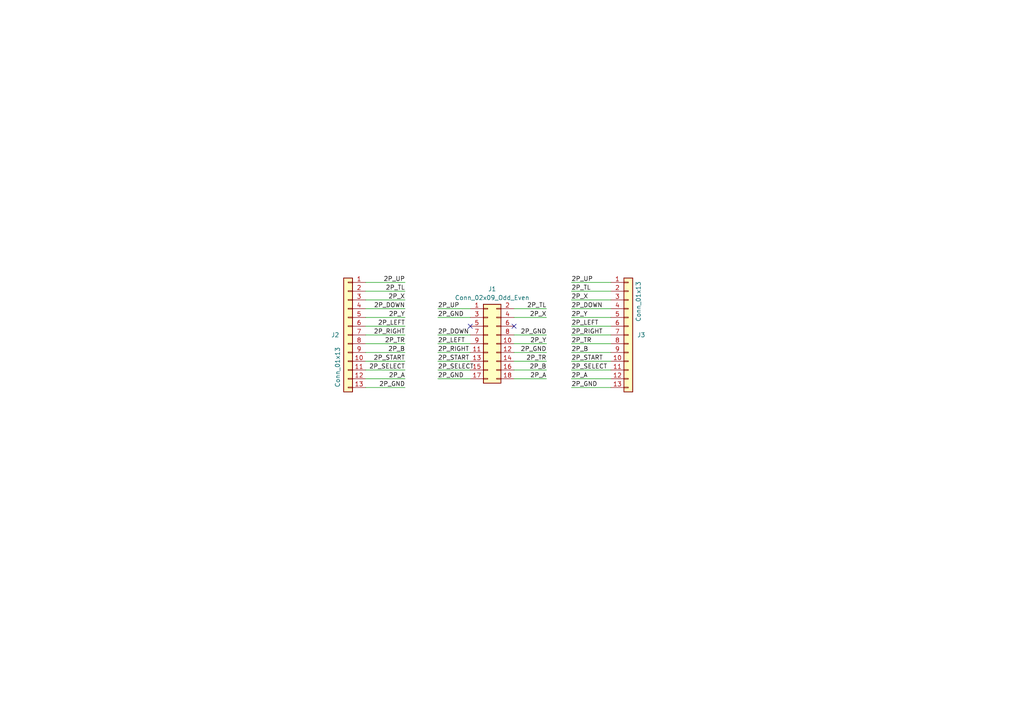
<source format=kicad_sch>
(kicad_sch (version 20230121) (generator eeschema)

  (uuid fa38296e-cdcc-4309-9d50-3ec5b62681ed)

  (paper "A4")

  (title_block
    (title "Raspberry Pie GPIO Input Module (2P Part)")
    (date "2023-04-02")
    (rev "2")
    (company "Amos Home")
  )

  (lib_symbols
    (symbol "Connector_Generic:Conn_01x13" (pin_names (offset 1.016) hide) (in_bom yes) (on_board yes)
      (property "Reference" "J" (at 0 17.78 0)
        (effects (font (size 1.27 1.27)))
      )
      (property "Value" "Conn_01x13" (at 0 -17.78 0)
        (effects (font (size 1.27 1.27)))
      )
      (property "Footprint" "" (at 0 0 0)
        (effects (font (size 1.27 1.27)) hide)
      )
      (property "Datasheet" "~" (at 0 0 0)
        (effects (font (size 1.27 1.27)) hide)
      )
      (property "ki_keywords" "connector" (at 0 0 0)
        (effects (font (size 1.27 1.27)) hide)
      )
      (property "ki_description" "Generic connector, single row, 01x13, script generated (kicad-library-utils/schlib/autogen/connector/)" (at 0 0 0)
        (effects (font (size 1.27 1.27)) hide)
      )
      (property "ki_fp_filters" "Connector*:*_1x??_*" (at 0 0 0)
        (effects (font (size 1.27 1.27)) hide)
      )
      (symbol "Conn_01x13_1_1"
        (rectangle (start -1.27 -15.113) (end 0 -15.367)
          (stroke (width 0.1524) (type default))
          (fill (type none))
        )
        (rectangle (start -1.27 -12.573) (end 0 -12.827)
          (stroke (width 0.1524) (type default))
          (fill (type none))
        )
        (rectangle (start -1.27 -10.033) (end 0 -10.287)
          (stroke (width 0.1524) (type default))
          (fill (type none))
        )
        (rectangle (start -1.27 -7.493) (end 0 -7.747)
          (stroke (width 0.1524) (type default))
          (fill (type none))
        )
        (rectangle (start -1.27 -4.953) (end 0 -5.207)
          (stroke (width 0.1524) (type default))
          (fill (type none))
        )
        (rectangle (start -1.27 -2.413) (end 0 -2.667)
          (stroke (width 0.1524) (type default))
          (fill (type none))
        )
        (rectangle (start -1.27 0.127) (end 0 -0.127)
          (stroke (width 0.1524) (type default))
          (fill (type none))
        )
        (rectangle (start -1.27 2.667) (end 0 2.413)
          (stroke (width 0.1524) (type default))
          (fill (type none))
        )
        (rectangle (start -1.27 5.207) (end 0 4.953)
          (stroke (width 0.1524) (type default))
          (fill (type none))
        )
        (rectangle (start -1.27 7.747) (end 0 7.493)
          (stroke (width 0.1524) (type default))
          (fill (type none))
        )
        (rectangle (start -1.27 10.287) (end 0 10.033)
          (stroke (width 0.1524) (type default))
          (fill (type none))
        )
        (rectangle (start -1.27 12.827) (end 0 12.573)
          (stroke (width 0.1524) (type default))
          (fill (type none))
        )
        (rectangle (start -1.27 15.367) (end 0 15.113)
          (stroke (width 0.1524) (type default))
          (fill (type none))
        )
        (rectangle (start -1.27 16.51) (end 1.27 -16.51)
          (stroke (width 0.254) (type default))
          (fill (type background))
        )
        (pin passive line (at -5.08 15.24 0) (length 3.81)
          (name "Pin_1" (effects (font (size 1.27 1.27))))
          (number "1" (effects (font (size 1.27 1.27))))
        )
        (pin passive line (at -5.08 -7.62 0) (length 3.81)
          (name "Pin_10" (effects (font (size 1.27 1.27))))
          (number "10" (effects (font (size 1.27 1.27))))
        )
        (pin passive line (at -5.08 -10.16 0) (length 3.81)
          (name "Pin_11" (effects (font (size 1.27 1.27))))
          (number "11" (effects (font (size 1.27 1.27))))
        )
        (pin passive line (at -5.08 -12.7 0) (length 3.81)
          (name "Pin_12" (effects (font (size 1.27 1.27))))
          (number "12" (effects (font (size 1.27 1.27))))
        )
        (pin passive line (at -5.08 -15.24 0) (length 3.81)
          (name "Pin_13" (effects (font (size 1.27 1.27))))
          (number "13" (effects (font (size 1.27 1.27))))
        )
        (pin passive line (at -5.08 12.7 0) (length 3.81)
          (name "Pin_2" (effects (font (size 1.27 1.27))))
          (number "2" (effects (font (size 1.27 1.27))))
        )
        (pin passive line (at -5.08 10.16 0) (length 3.81)
          (name "Pin_3" (effects (font (size 1.27 1.27))))
          (number "3" (effects (font (size 1.27 1.27))))
        )
        (pin passive line (at -5.08 7.62 0) (length 3.81)
          (name "Pin_4" (effects (font (size 1.27 1.27))))
          (number "4" (effects (font (size 1.27 1.27))))
        )
        (pin passive line (at -5.08 5.08 0) (length 3.81)
          (name "Pin_5" (effects (font (size 1.27 1.27))))
          (number "5" (effects (font (size 1.27 1.27))))
        )
        (pin passive line (at -5.08 2.54 0) (length 3.81)
          (name "Pin_6" (effects (font (size 1.27 1.27))))
          (number "6" (effects (font (size 1.27 1.27))))
        )
        (pin passive line (at -5.08 0 0) (length 3.81)
          (name "Pin_7" (effects (font (size 1.27 1.27))))
          (number "7" (effects (font (size 1.27 1.27))))
        )
        (pin passive line (at -5.08 -2.54 0) (length 3.81)
          (name "Pin_8" (effects (font (size 1.27 1.27))))
          (number "8" (effects (font (size 1.27 1.27))))
        )
        (pin passive line (at -5.08 -5.08 0) (length 3.81)
          (name "Pin_9" (effects (font (size 1.27 1.27))))
          (number "9" (effects (font (size 1.27 1.27))))
        )
      )
    )
    (symbol "Connector_Generic:Conn_02x09_Odd_Even" (pin_names (offset 1.016) hide) (in_bom yes) (on_board yes)
      (property "Reference" "J" (at 1.27 12.7 0)
        (effects (font (size 1.27 1.27)))
      )
      (property "Value" "Conn_02x09_Odd_Even" (at 1.27 -12.7 0)
        (effects (font (size 1.27 1.27)))
      )
      (property "Footprint" "" (at 0 0 0)
        (effects (font (size 1.27 1.27)) hide)
      )
      (property "Datasheet" "~" (at 0 0 0)
        (effects (font (size 1.27 1.27)) hide)
      )
      (property "ki_keywords" "connector" (at 0 0 0)
        (effects (font (size 1.27 1.27)) hide)
      )
      (property "ki_description" "Generic connector, double row, 02x09, odd/even pin numbering scheme (row 1 odd numbers, row 2 even numbers), script generated (kicad-library-utils/schlib/autogen/connector/)" (at 0 0 0)
        (effects (font (size 1.27 1.27)) hide)
      )
      (property "ki_fp_filters" "Connector*:*_2x??_*" (at 0 0 0)
        (effects (font (size 1.27 1.27)) hide)
      )
      (symbol "Conn_02x09_Odd_Even_1_1"
        (rectangle (start -1.27 -10.033) (end 0 -10.287)
          (stroke (width 0.1524) (type default))
          (fill (type none))
        )
        (rectangle (start -1.27 -7.493) (end 0 -7.747)
          (stroke (width 0.1524) (type default))
          (fill (type none))
        )
        (rectangle (start -1.27 -4.953) (end 0 -5.207)
          (stroke (width 0.1524) (type default))
          (fill (type none))
        )
        (rectangle (start -1.27 -2.413) (end 0 -2.667)
          (stroke (width 0.1524) (type default))
          (fill (type none))
        )
        (rectangle (start -1.27 0.127) (end 0 -0.127)
          (stroke (width 0.1524) (type default))
          (fill (type none))
        )
        (rectangle (start -1.27 2.667) (end 0 2.413)
          (stroke (width 0.1524) (type default))
          (fill (type none))
        )
        (rectangle (start -1.27 5.207) (end 0 4.953)
          (stroke (width 0.1524) (type default))
          (fill (type none))
        )
        (rectangle (start -1.27 7.747) (end 0 7.493)
          (stroke (width 0.1524) (type default))
          (fill (type none))
        )
        (rectangle (start -1.27 10.287) (end 0 10.033)
          (stroke (width 0.1524) (type default))
          (fill (type none))
        )
        (rectangle (start -1.27 11.43) (end 3.81 -11.43)
          (stroke (width 0.254) (type default))
          (fill (type background))
        )
        (rectangle (start 3.81 -10.033) (end 2.54 -10.287)
          (stroke (width 0.1524) (type default))
          (fill (type none))
        )
        (rectangle (start 3.81 -7.493) (end 2.54 -7.747)
          (stroke (width 0.1524) (type default))
          (fill (type none))
        )
        (rectangle (start 3.81 -4.953) (end 2.54 -5.207)
          (stroke (width 0.1524) (type default))
          (fill (type none))
        )
        (rectangle (start 3.81 -2.413) (end 2.54 -2.667)
          (stroke (width 0.1524) (type default))
          (fill (type none))
        )
        (rectangle (start 3.81 0.127) (end 2.54 -0.127)
          (stroke (width 0.1524) (type default))
          (fill (type none))
        )
        (rectangle (start 3.81 2.667) (end 2.54 2.413)
          (stroke (width 0.1524) (type default))
          (fill (type none))
        )
        (rectangle (start 3.81 5.207) (end 2.54 4.953)
          (stroke (width 0.1524) (type default))
          (fill (type none))
        )
        (rectangle (start 3.81 7.747) (end 2.54 7.493)
          (stroke (width 0.1524) (type default))
          (fill (type none))
        )
        (rectangle (start 3.81 10.287) (end 2.54 10.033)
          (stroke (width 0.1524) (type default))
          (fill (type none))
        )
        (pin passive line (at -5.08 10.16 0) (length 3.81)
          (name "Pin_1" (effects (font (size 1.27 1.27))))
          (number "1" (effects (font (size 1.27 1.27))))
        )
        (pin passive line (at 7.62 0 180) (length 3.81)
          (name "Pin_10" (effects (font (size 1.27 1.27))))
          (number "10" (effects (font (size 1.27 1.27))))
        )
        (pin passive line (at -5.08 -2.54 0) (length 3.81)
          (name "Pin_11" (effects (font (size 1.27 1.27))))
          (number "11" (effects (font (size 1.27 1.27))))
        )
        (pin passive line (at 7.62 -2.54 180) (length 3.81)
          (name "Pin_12" (effects (font (size 1.27 1.27))))
          (number "12" (effects (font (size 1.27 1.27))))
        )
        (pin passive line (at -5.08 -5.08 0) (length 3.81)
          (name "Pin_13" (effects (font (size 1.27 1.27))))
          (number "13" (effects (font (size 1.27 1.27))))
        )
        (pin passive line (at 7.62 -5.08 180) (length 3.81)
          (name "Pin_14" (effects (font (size 1.27 1.27))))
          (number "14" (effects (font (size 1.27 1.27))))
        )
        (pin passive line (at -5.08 -7.62 0) (length 3.81)
          (name "Pin_15" (effects (font (size 1.27 1.27))))
          (number "15" (effects (font (size 1.27 1.27))))
        )
        (pin passive line (at 7.62 -7.62 180) (length 3.81)
          (name "Pin_16" (effects (font (size 1.27 1.27))))
          (number "16" (effects (font (size 1.27 1.27))))
        )
        (pin passive line (at -5.08 -10.16 0) (length 3.81)
          (name "Pin_17" (effects (font (size 1.27 1.27))))
          (number "17" (effects (font (size 1.27 1.27))))
        )
        (pin passive line (at 7.62 -10.16 180) (length 3.81)
          (name "Pin_18" (effects (font (size 1.27 1.27))))
          (number "18" (effects (font (size 1.27 1.27))))
        )
        (pin passive line (at 7.62 10.16 180) (length 3.81)
          (name "Pin_2" (effects (font (size 1.27 1.27))))
          (number "2" (effects (font (size 1.27 1.27))))
        )
        (pin passive line (at -5.08 7.62 0) (length 3.81)
          (name "Pin_3" (effects (font (size 1.27 1.27))))
          (number "3" (effects (font (size 1.27 1.27))))
        )
        (pin passive line (at 7.62 7.62 180) (length 3.81)
          (name "Pin_4" (effects (font (size 1.27 1.27))))
          (number "4" (effects (font (size 1.27 1.27))))
        )
        (pin passive line (at -5.08 5.08 0) (length 3.81)
          (name "Pin_5" (effects (font (size 1.27 1.27))))
          (number "5" (effects (font (size 1.27 1.27))))
        )
        (pin passive line (at 7.62 5.08 180) (length 3.81)
          (name "Pin_6" (effects (font (size 1.27 1.27))))
          (number "6" (effects (font (size 1.27 1.27))))
        )
        (pin passive line (at -5.08 2.54 0) (length 3.81)
          (name "Pin_7" (effects (font (size 1.27 1.27))))
          (number "7" (effects (font (size 1.27 1.27))))
        )
        (pin passive line (at 7.62 2.54 180) (length 3.81)
          (name "Pin_8" (effects (font (size 1.27 1.27))))
          (number "8" (effects (font (size 1.27 1.27))))
        )
        (pin passive line (at -5.08 0 0) (length 3.81)
          (name "Pin_9" (effects (font (size 1.27 1.27))))
          (number "9" (effects (font (size 1.27 1.27))))
        )
      )
    )
  )


  (no_connect (at 136.398 94.615) (uuid 291e2dfd-2cb8-4cef-8293-717cca814d62))
  (no_connect (at 149.098 94.615) (uuid 72280aad-8597-49cb-b456-a021e0d073f7))

  (wire (pts (xy 106.045 81.915) (xy 117.475 81.915))
    (stroke (width 0) (type default))
    (uuid 000d1589-79f7-4859-9e8a-e8b993d62a35)
  )
  (wire (pts (xy 127 104.775) (xy 136.398 104.775))
    (stroke (width 0) (type default))
    (uuid 01806fb5-bd38-4539-9aa9-f6ba7f5e68af)
  )
  (wire (pts (xy 177.165 81.915) (xy 165.735 81.915))
    (stroke (width 0) (type default))
    (uuid 037a9612-c7d3-4cc4-9f2c-2838aec7d3e8)
  )
  (wire (pts (xy 127 89.535) (xy 136.398 89.535))
    (stroke (width 0) (type default))
    (uuid 0d035541-7303-4144-9713-80243ac00930)
  )
  (wire (pts (xy 177.165 109.855) (xy 165.735 109.855))
    (stroke (width 0) (type default))
    (uuid 0ddeb09c-be46-4b32-afc9-f25c81cdffc9)
  )
  (wire (pts (xy 106.045 112.395) (xy 117.475 112.395))
    (stroke (width 0) (type default))
    (uuid 1375b849-ccbb-4501-80c0-5b18caf8809f)
  )
  (wire (pts (xy 177.165 97.155) (xy 165.735 97.155))
    (stroke (width 0) (type default))
    (uuid 19ecd1d5-b633-413f-8a5d-806e5d58d77e)
  )
  (wire (pts (xy 106.045 94.615) (xy 117.475 94.615))
    (stroke (width 0) (type default))
    (uuid 1d5bd060-820c-4d2b-a63f-425a899cda79)
  )
  (wire (pts (xy 106.045 107.315) (xy 117.475 107.315))
    (stroke (width 0) (type default))
    (uuid 23abc80a-958c-4baf-a8ff-867446b3d99d)
  )
  (wire (pts (xy 149.098 102.235) (xy 158.496 102.235))
    (stroke (width 0) (type default))
    (uuid 287c9f7d-72df-4c31-a8a0-04c9dfae8ef6)
  )
  (wire (pts (xy 177.165 84.455) (xy 165.735 84.455))
    (stroke (width 0) (type default))
    (uuid 2ab8c63b-be58-44b3-9bfe-df4dd794100f)
  )
  (wire (pts (xy 165.735 89.535) (xy 177.165 89.535))
    (stroke (width 0) (type default))
    (uuid 344f0b8c-bdac-4698-bc53-67a1d515afb4)
  )
  (wire (pts (xy 149.098 109.855) (xy 158.496 109.855))
    (stroke (width 0) (type default))
    (uuid 37464aba-bf2f-411c-b2b7-33e036ddc2b3)
  )
  (wire (pts (xy 127 92.075) (xy 136.398 92.075))
    (stroke (width 0) (type default))
    (uuid 3cb1beec-4405-4502-a124-dbda57fca52d)
  )
  (wire (pts (xy 177.165 104.775) (xy 165.735 104.775))
    (stroke (width 0) (type default))
    (uuid 3f453e09-258a-4633-b9e4-ec5db5d2b29f)
  )
  (wire (pts (xy 106.045 109.855) (xy 117.475 109.855))
    (stroke (width 0) (type default))
    (uuid 493f1c61-3d5a-4068-9cd6-bd1e56b5cf0e)
  )
  (wire (pts (xy 127 99.695) (xy 136.398 99.695))
    (stroke (width 0) (type default))
    (uuid 4c5a74b6-e66f-457c-bf27-e2f03c8a4fbe)
  )
  (wire (pts (xy 177.165 86.995) (xy 165.735 86.995))
    (stroke (width 0) (type default))
    (uuid 54efed28-3df5-40c9-bcfd-129e6dd44e55)
  )
  (wire (pts (xy 177.165 94.615) (xy 165.735 94.615))
    (stroke (width 0) (type default))
    (uuid 6363bd87-6a79-447d-bc35-54211b5deaab)
  )
  (wire (pts (xy 149.098 107.315) (xy 158.496 107.315))
    (stroke (width 0) (type default))
    (uuid 63cb0eb1-29ae-4d3b-8848-e14511d3abda)
  )
  (wire (pts (xy 149.098 104.775) (xy 158.496 104.775))
    (stroke (width 0) (type default))
    (uuid 65938c00-fc25-4649-8a91-7ef2c49c8379)
  )
  (wire (pts (xy 149.098 89.535) (xy 158.496 89.535))
    (stroke (width 0) (type default))
    (uuid 6f65d425-7d90-44e3-9530-0ef4145f6f68)
  )
  (wire (pts (xy 106.045 89.535) (xy 117.475 89.535))
    (stroke (width 0) (type default))
    (uuid 77b8a99b-006c-4cf5-9026-6c1a50b8d71b)
  )
  (wire (pts (xy 149.098 99.695) (xy 158.496 99.695))
    (stroke (width 0) (type default))
    (uuid 7ce8c6c5-dfee-4b45-82e7-bcc77e13eedb)
  )
  (wire (pts (xy 177.165 112.395) (xy 165.735 112.395))
    (stroke (width 0) (type default))
    (uuid 8e6967e3-4e65-4079-84f9-9d8c9c43e281)
  )
  (wire (pts (xy 149.098 92.075) (xy 158.496 92.075))
    (stroke (width 0) (type default))
    (uuid 90fa3850-068b-411a-b328-6747c409215a)
  )
  (wire (pts (xy 127 97.155) (xy 136.398 97.155))
    (stroke (width 0) (type default))
    (uuid 9f4ba1cd-a026-461f-b534-0811afa77cb1)
  )
  (wire (pts (xy 106.045 104.775) (xy 117.475 104.775))
    (stroke (width 0) (type default))
    (uuid ac3e6344-4272-4ea4-b459-4514d65b3549)
  )
  (wire (pts (xy 106.045 84.455) (xy 117.475 84.455))
    (stroke (width 0) (type default))
    (uuid acb6dc3e-a5a1-4c38-9843-3ba16f5a4805)
  )
  (wire (pts (xy 106.045 97.155) (xy 117.475 97.155))
    (stroke (width 0) (type default))
    (uuid b2818703-b9cf-412d-8aaa-bee3f58b9c32)
  )
  (wire (pts (xy 177.165 107.315) (xy 165.735 107.315))
    (stroke (width 0) (type default))
    (uuid b2bd2c93-4897-4236-9059-58610e7aa5d0)
  )
  (wire (pts (xy 106.045 102.235) (xy 117.475 102.235))
    (stroke (width 0) (type default))
    (uuid bfeb2f41-433b-4fa5-9e25-e039a13f1d6e)
  )
  (wire (pts (xy 177.165 92.075) (xy 165.735 92.075))
    (stroke (width 0) (type default))
    (uuid c4ed85da-511a-4042-a00a-ac094bf53e52)
  )
  (wire (pts (xy 106.045 92.075) (xy 117.475 92.075))
    (stroke (width 0) (type default))
    (uuid c84a1fda-ec3c-421a-be4a-94058b82ac7b)
  )
  (wire (pts (xy 165.735 99.695) (xy 177.165 99.695))
    (stroke (width 0) (type default))
    (uuid d071dc7a-d1d4-4052-a170-cc4422d12ea9)
  )
  (wire (pts (xy 127 109.855) (xy 136.398 109.855))
    (stroke (width 0) (type default))
    (uuid d9b2dad3-189e-408e-be06-833b6cf2f7a0)
  )
  (wire (pts (xy 127 107.315) (xy 136.398 107.315))
    (stroke (width 0) (type default))
    (uuid daa5f394-45c1-4a7c-8616-dbaf84f8e241)
  )
  (wire (pts (xy 177.165 102.235) (xy 165.735 102.235))
    (stroke (width 0) (type default))
    (uuid eca83c23-2d24-4649-b858-8b7a3525b8a7)
  )
  (wire (pts (xy 106.045 86.995) (xy 117.475 86.995))
    (stroke (width 0) (type default))
    (uuid f2acf0ba-09ea-4c4a-8260-f56fbb131992)
  )
  (wire (pts (xy 106.045 99.695) (xy 117.475 99.695))
    (stroke (width 0) (type default))
    (uuid f666e32c-c283-4620-a002-c321f606e844)
  )
  (wire (pts (xy 127 102.235) (xy 136.398 102.235))
    (stroke (width 0) (type default))
    (uuid fd00028c-25c2-4f83-a231-02f78e64e67c)
  )
  (wire (pts (xy 149.098 97.155) (xy 158.496 97.155))
    (stroke (width 0) (type default))
    (uuid fe699c05-b859-4182-a4d6-285e62bdea51)
  )

  (label "2P_GND" (at 158.496 102.235 180) (fields_autoplaced)
    (effects (font (size 1.27 1.27)) (justify right bottom))
    (uuid 0339325d-a610-45db-b622-6f1b9b6d5582)
  )
  (label "2P_GND" (at 127 92.075 0) (fields_autoplaced)
    (effects (font (size 1.27 1.27)) (justify left bottom))
    (uuid 097e1626-a0f2-481d-9e4d-e4b6b1bed81f)
  )
  (label "2P_Y" (at 117.475 92.075 180) (fields_autoplaced)
    (effects (font (size 1.27 1.27)) (justify right bottom))
    (uuid 0b526f32-12fa-4daa-8796-961e5d31927d)
  )
  (label "2P_SELECT" (at 165.735 107.315 0) (fields_autoplaced)
    (effects (font (size 1.27 1.27)) (justify left bottom))
    (uuid 10b91a0d-c57a-4797-bd1a-3a0fd8d84adc)
  )
  (label "2P_LEFT" (at 127 99.695 0) (fields_autoplaced)
    (effects (font (size 1.27 1.27)) (justify left bottom))
    (uuid 11c53a68-12a9-4bf2-80b0-765e14760468)
  )
  (label "2P_X" (at 158.496 92.075 180) (fields_autoplaced)
    (effects (font (size 1.27 1.27)) (justify right bottom))
    (uuid 20d46320-15dc-4ccf-b1cb-49b4e4cd44eb)
  )
  (label "2P_DOWN" (at 117.475 89.535 180) (fields_autoplaced)
    (effects (font (size 1.27 1.27)) (justify right bottom))
    (uuid 25c54714-31de-4f5f-bd98-418f16e62895)
  )
  (label "2P_A" (at 117.475 109.855 180) (fields_autoplaced)
    (effects (font (size 1.27 1.27)) (justify right bottom))
    (uuid 26ea8880-4b75-470c-ae48-3ef13fcc35f0)
  )
  (label "2P_RIGHT" (at 165.735 97.155 0) (fields_autoplaced)
    (effects (font (size 1.27 1.27)) (justify left bottom))
    (uuid 34603977-20f9-4750-93a5-d640414ffa1d)
  )
  (label "2P_START" (at 165.735 104.775 0) (fields_autoplaced)
    (effects (font (size 1.27 1.27)) (justify left bottom))
    (uuid 41aa42c3-21c6-4aa9-8d46-5d91524cb864)
  )
  (label "2P_Y" (at 165.735 92.075 0) (fields_autoplaced)
    (effects (font (size 1.27 1.27)) (justify left bottom))
    (uuid 42b221bd-b0fe-445d-af7e-3a553e52578b)
  )
  (label "2P_SELECT" (at 127 107.315 0) (fields_autoplaced)
    (effects (font (size 1.27 1.27)) (justify left bottom))
    (uuid 43bee7db-a6fc-4741-a63f-444a7eb133d5)
  )
  (label "2P_START" (at 117.475 104.775 180) (fields_autoplaced)
    (effects (font (size 1.27 1.27)) (justify right bottom))
    (uuid 52e6ec0e-9589-43f2-9497-2433bebfac69)
  )
  (label "2P_RIGHT" (at 127 102.235 0) (fields_autoplaced)
    (effects (font (size 1.27 1.27)) (justify left bottom))
    (uuid 564002f8-c87d-4d73-bfb7-eeb362b02aab)
  )
  (label "2P_TR" (at 158.496 104.775 180) (fields_autoplaced)
    (effects (font (size 1.27 1.27)) (justify right bottom))
    (uuid 57084eb0-0c97-4906-8ce0-7fa0b6df1d25)
  )
  (label "2P_Y" (at 158.496 99.695 180) (fields_autoplaced)
    (effects (font (size 1.27 1.27)) (justify right bottom))
    (uuid 5caaa7ea-2af6-4a91-a196-447a2b0ecb25)
  )
  (label "2P_A" (at 158.496 109.855 180) (fields_autoplaced)
    (effects (font (size 1.27 1.27)) (justify right bottom))
    (uuid 5d6b2af7-4a69-48c5-a72a-311d500d958c)
  )
  (label "2P_TL" (at 117.475 84.455 180) (fields_autoplaced)
    (effects (font (size 1.27 1.27)) (justify right bottom))
    (uuid 6e098492-cdd3-4a37-93e3-b0f7294416de)
  )
  (label "2P_GND" (at 117.475 112.395 180) (fields_autoplaced)
    (effects (font (size 1.27 1.27)) (justify right bottom))
    (uuid 6faf83b3-81b3-4e48-99cb-58f70f656118)
  )
  (label "2P_LEFT" (at 165.735 94.615 0) (fields_autoplaced)
    (effects (font (size 1.27 1.27)) (justify left bottom))
    (uuid 76c6a3c8-9687-4ec5-97c8-eadf7495f03d)
  )
  (label "2P_LEFT" (at 117.475 94.615 180) (fields_autoplaced)
    (effects (font (size 1.27 1.27)) (justify right bottom))
    (uuid 7a0ede76-5f4d-4da2-93bc-f1d4141c3356)
  )
  (label "2P_RIGHT" (at 117.475 97.155 180) (fields_autoplaced)
    (effects (font (size 1.27 1.27)) (justify right bottom))
    (uuid 7ac9955e-1384-4ed0-8ec7-890b54c5fa8c)
  )
  (label "2P_GND" (at 158.496 97.155 180) (fields_autoplaced)
    (effects (font (size 1.27 1.27)) (justify right bottom))
    (uuid 8095a0d7-37b5-4819-a14c-2a022a19c7a2)
  )
  (label "2P_UP" (at 117.475 81.915 180) (fields_autoplaced)
    (effects (font (size 1.27 1.27)) (justify right bottom))
    (uuid 8965aaa2-e1ff-41f5-aa2c-d94439278692)
  )
  (label "2P_TL" (at 165.735 84.455 0) (fields_autoplaced)
    (effects (font (size 1.27 1.27)) (justify left bottom))
    (uuid 933ea2d5-bc07-45c6-b20e-f404b14d9fc7)
  )
  (label "2P_SELECT" (at 117.475 107.315 180) (fields_autoplaced)
    (effects (font (size 1.27 1.27)) (justify right bottom))
    (uuid 965743c2-6eb1-44ea-bbc5-6c4255c1258e)
  )
  (label "2P_X" (at 165.735 86.995 0) (fields_autoplaced)
    (effects (font (size 1.27 1.27)) (justify left bottom))
    (uuid a2c19d7b-6866-419c-b01a-01115fc6ab6a)
  )
  (label "2P_TL" (at 158.496 89.535 180) (fields_autoplaced)
    (effects (font (size 1.27 1.27)) (justify right bottom))
    (uuid a618ce02-6b7e-4b6b-ae2d-6fbbca9a9ce3)
  )
  (label "2P_TR" (at 117.475 99.695 180) (fields_autoplaced)
    (effects (font (size 1.27 1.27)) (justify right bottom))
    (uuid afcd51c6-ed60-4be4-8698-8007565a3115)
  )
  (label "2P_TR" (at 165.735 99.695 0) (fields_autoplaced)
    (effects (font (size 1.27 1.27)) (justify left bottom))
    (uuid b5a7612d-9cdc-4c9b-a3e3-247d2add3695)
  )
  (label "2P_GND" (at 165.735 112.395 0) (fields_autoplaced)
    (effects (font (size 1.27 1.27)) (justify left bottom))
    (uuid c5a3ba0b-aa2d-4ac5-9e61-710ddf876c0f)
  )
  (label "2P_DOWN" (at 127 97.155 0) (fields_autoplaced)
    (effects (font (size 1.27 1.27)) (justify left bottom))
    (uuid c86192b6-c2ae-4de8-bae4-0bc08ea936bf)
  )
  (label "2P_A" (at 165.735 109.855 0) (fields_autoplaced)
    (effects (font (size 1.27 1.27)) (justify left bottom))
    (uuid e21b1b0a-4807-47ee-a816-4340b4d9f01f)
  )
  (label "2P_X" (at 117.475 86.995 180) (fields_autoplaced)
    (effects (font (size 1.27 1.27)) (justify right bottom))
    (uuid e2c3e793-60d1-4535-941b-aae7fc914a98)
  )
  (label "2P_B" (at 165.735 102.235 0) (fields_autoplaced)
    (effects (font (size 1.27 1.27)) (justify left bottom))
    (uuid e7564a47-43f5-4d63-837f-2238e4e3e48d)
  )
  (label "2P_DOWN" (at 165.735 89.535 0) (fields_autoplaced)
    (effects (font (size 1.27 1.27)) (justify left bottom))
    (uuid e860806b-582c-4369-9e56-7b0f434ec8fd)
  )
  (label "2P_START" (at 127 104.775 0) (fields_autoplaced)
    (effects (font (size 1.27 1.27)) (justify left bottom))
    (uuid ebde93dc-e04b-457f-98a8-c8cf075c29c3)
  )
  (label "2P_B" (at 158.496 107.315 180) (fields_autoplaced)
    (effects (font (size 1.27 1.27)) (justify right bottom))
    (uuid ee9d9335-d32f-42c4-a5c3-df528196fd4e)
  )
  (label "2P_UP" (at 165.735 81.915 0) (fields_autoplaced)
    (effects (font (size 1.27 1.27)) (justify left bottom))
    (uuid f2580ebf-d01a-4582-834c-5d131c9d7272)
  )
  (label "2P_GND" (at 127 109.855 0) (fields_autoplaced)
    (effects (font (size 1.27 1.27)) (justify left bottom))
    (uuid f5eeffa2-d092-4b59-8a87-29921fdee9f5)
  )
  (label "2P_UP" (at 127 89.535 0) (fields_autoplaced)
    (effects (font (size 1.27 1.27)) (justify left bottom))
    (uuid fc7d236f-e767-4aef-afbb-78a19d29bba6)
  )
  (label "2P_B" (at 117.475 102.235 180) (fields_autoplaced)
    (effects (font (size 1.27 1.27)) (justify right bottom))
    (uuid ff87572e-10fa-44e6-b83a-c78dff39756d)
  )

  (symbol (lib_id "Connector_Generic:Conn_02x09_Odd_Even") (at 141.478 99.695 0) (unit 1)
    (in_bom yes) (on_board yes) (dnp no) (fields_autoplaced)
    (uuid 3baa42fa-75f9-484a-9fed-d2be573a07f4)
    (property "Reference" "J1" (at 142.748 83.82 0)
      (effects (font (size 1.27 1.27)))
    )
    (property "Value" "Conn_02x09_Odd_Even" (at 142.748 86.36 0)
      (effects (font (size 1.27 1.27)))
    )
    (property "Footprint" "Connector_PinSocket_2.54mm:PinSocket_2x09_P2.54mm_Vertical" (at 141.478 99.695 0)
      (effects (font (size 1.27 1.27)) hide)
    )
    (property "Datasheet" "~" (at 141.478 99.695 0)
      (effects (font (size 1.27 1.27)) hide)
    )
    (pin "1" (uuid 135761ee-5167-4cba-a65a-d72a3c198606))
    (pin "10" (uuid c39f18a7-9bb9-4051-a451-b39344ce7bd2))
    (pin "11" (uuid 199de459-2153-423b-bad7-fa570553c008))
    (pin "12" (uuid 63e28a99-b2f9-4228-8ad8-068dd92d4c51))
    (pin "13" (uuid e0711148-2785-4ebe-bf1a-54ba45a639e0))
    (pin "14" (uuid 80278b36-28b9-44c5-bad9-d6e882c3fb68))
    (pin "15" (uuid e13041ef-8c1d-40fc-b572-b04fbfe4380a))
    (pin "16" (uuid c87a6d7f-cbc0-4d59-84b7-f648747ee34a))
    (pin "17" (uuid 116638bf-34c3-49ce-903d-79c76b1f89e6))
    (pin "18" (uuid ab1545bb-9236-463a-b9f8-543934638f21))
    (pin "2" (uuid d4fe8dd9-977d-48de-90fa-ebd5e125a08c))
    (pin "3" (uuid c8e621d0-50fa-442b-9bed-0a6036fa4c78))
    (pin "4" (uuid a39abef7-af07-4a25-acb2-b2f990ae1161))
    (pin "5" (uuid 511ff43d-175e-40be-802a-3b255d4160e1))
    (pin "6" (uuid 99e2c8b7-3aac-44e0-817d-3f3e9d11e152))
    (pin "7" (uuid c37e9fa9-71d3-41d0-8237-da00d828d025))
    (pin "8" (uuid 8873a4c5-0636-4003-ad7f-d5fa979ed257))
    (pin "9" (uuid d0ea248a-ece5-4cc9-9cbf-6725f8bc758b))
    (instances
      (project "joystick_gpio_input_2p_rasp_part"
        (path "/fa38296e-cdcc-4309-9d50-3ec5b62681ed"
          (reference "J1") (unit 1)
        )
      )
    )
  )

  (symbol (lib_id "Connector_Generic:Conn_01x13") (at 100.965 97.155 0) (mirror y) (unit 1)
    (in_bom yes) (on_board yes) (dnp no)
    (uuid 4e46b2c4-412d-4001-acb1-24debedf825a)
    (property "Reference" "J2" (at 98.425 97.155 0)
      (effects (font (size 1.27 1.27)) (justify left))
    )
    (property "Value" "Conn_01x13" (at 97.917 112.395 90)
      (effects (font (size 1.27 1.27)) (justify left))
    )
    (property "Footprint" "joystick_gpio_input_library:conn_ex_1x13_P1.25mm_Vertical_Right_Labeled" (at 100.965 97.155 0)
      (effects (font (size 1.27 1.27)) hide)
    )
    (property "Datasheet" "~" (at 100.965 97.155 0)
      (effects (font (size 1.27 1.27)) hide)
    )
    (pin "1" (uuid b110836e-833c-46e4-9355-75bbd899bb49))
    (pin "10" (uuid 7fc23bab-897e-4272-9c37-ae96cd919f60))
    (pin "11" (uuid d01278b8-6e36-49c7-b5f2-248334167cc5))
    (pin "12" (uuid a122a732-85d4-4676-8070-6480ed7c5240))
    (pin "13" (uuid 6dee57b4-d7cb-430e-a05e-fd529c8ed779))
    (pin "2" (uuid 2ba674f1-2882-4c43-877e-4def850b4e0d))
    (pin "3" (uuid d0aeadc4-3bab-4438-98d6-51ba21747afb))
    (pin "4" (uuid 2b23f97a-6384-4d7b-880e-145a6666fbf2))
    (pin "5" (uuid 8b285eae-f412-4613-9d63-48bd49fcd25c))
    (pin "6" (uuid f97e0fa6-584d-45e9-92b9-18869b20f5c6))
    (pin "7" (uuid 202b826e-46f8-4710-8ea2-032f4246dfaa))
    (pin "8" (uuid c106e31b-83a2-4879-a03f-556ee221722e))
    (pin "9" (uuid 7c741414-5227-4b89-9e15-f3bb55c52e4d))
    (instances
      (project "joystick_gpio_input_2p_rasp_part"
        (path "/fa38296e-cdcc-4309-9d50-3ec5b62681ed"
          (reference "J2") (unit 1)
        )
      )
    )
  )

  (symbol (lib_id "Connector_Generic:Conn_01x13") (at 182.245 97.155 0) (unit 1)
    (in_bom yes) (on_board yes) (dnp no)
    (uuid 91efc02c-98a7-4360-9231-cc8a166cf66d)
    (property "Reference" "J3" (at 184.785 97.155 0)
      (effects (font (size 1.27 1.27)) (justify left))
    )
    (property "Value" "Conn_01x13" (at 185.166 93.345 90)
      (effects (font (size 1.27 1.27)) (justify left))
    )
    (property "Footprint" "joystick_gpio_input_library:conn_ex_1x13_P1.25mm_Vertical_Left_Labeled" (at 182.245 97.155 0)
      (effects (font (size 1.27 1.27)) hide)
    )
    (property "Datasheet" "~" (at 182.245 97.155 0)
      (effects (font (size 1.27 1.27)) hide)
    )
    (pin "1" (uuid c2085693-7efe-4435-9940-35dbcbd2d043))
    (pin "10" (uuid 0481e98d-5298-4015-8333-604c1cdc19aa))
    (pin "11" (uuid 5f51cd07-73fc-45e7-b2c5-5f0397d6b7e6))
    (pin "12" (uuid ad10d84a-8ed6-4f9b-8bef-05d2df0ccf00))
    (pin "13" (uuid 9ae0021e-50f1-477b-80fd-25252ddbb684))
    (pin "2" (uuid cb2ea158-c6ba-499a-bdfc-c60af4ad2bb1))
    (pin "3" (uuid 122660ac-67ff-4d3b-b7dc-09696845cccc))
    (pin "4" (uuid 66e9e376-2723-481e-81ae-9c4d96307c1f))
    (pin "5" (uuid b2521c2f-b8b9-4d62-9628-9b6751dfb920))
    (pin "6" (uuid 8f11761c-b675-4e9e-b421-bb043a00a743))
    (pin "7" (uuid 295d9cc8-75d0-4fcb-ae1e-5ac8b9c4f758))
    (pin "8" (uuid 5db4c7bb-ad30-48d8-9692-02eb1ab2da30))
    (pin "9" (uuid 52625aa3-b78b-4d15-b643-3725d0ee35bc))
    (instances
      (project "joystick_gpio_input_2p_rasp_part"
        (path "/fa38296e-cdcc-4309-9d50-3ec5b62681ed"
          (reference "J3") (unit 1)
        )
      )
    )
  )

  (sheet_instances
    (path "/" (page "1"))
  )
)

</source>
